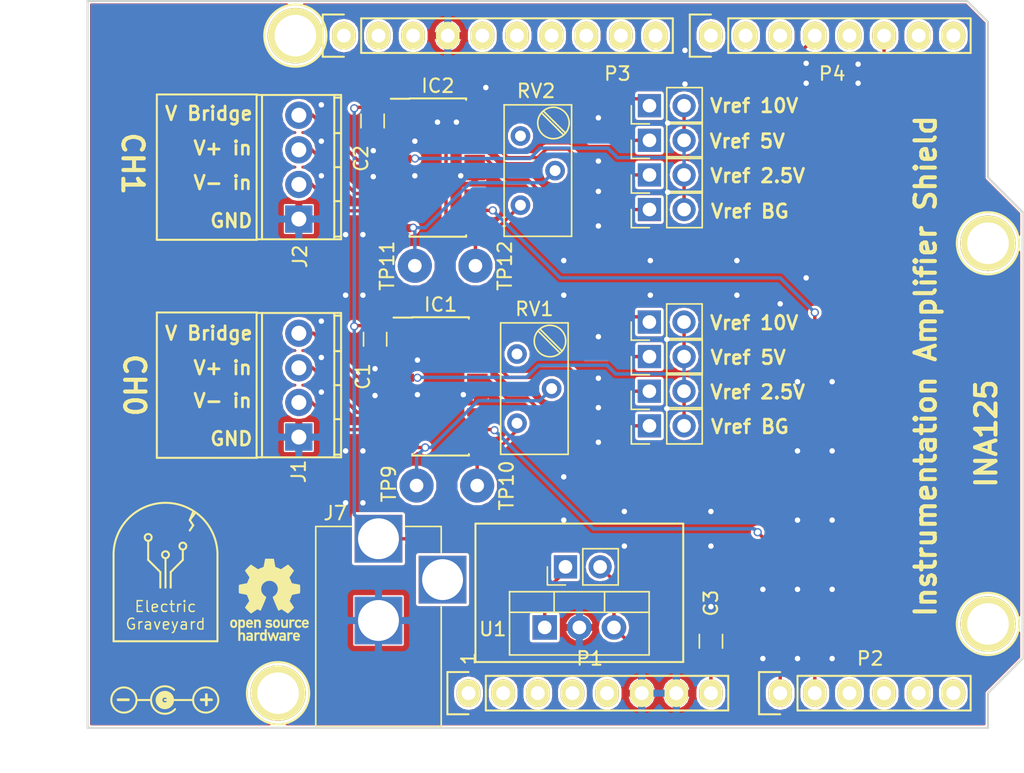
<source format=kicad_pcb>
(kicad_pcb (version 20211014) (generator pcbnew)
  (title_block (date "lun. 30 mars 2015"))
  (layers (0 "F.Cu" signal) (31 "B.Cu" signal) (34 "B.Paste" user) (35 "F.Paste" user) (36 "B.SilkS" user "B.Silkscreen") (37 "F.SilkS" user "F.Silkscreen") (38 "B.Mask" user) (39 "F.Mask" user) (44 "Edge.Cuts" user))
  (net 0 "")
  (net 1 "/IOREF")
  (net 2 "/Reset")
  (net 3 "+5V")
  (net 4 "GND")
  (net 5 "/A2")
  (net 6 "/A3")
  (net 7 "/AREF")
  (net 8 "/A4(SDA)")
  (net 9 "/A5(SCL)")
  (net 10 "/9(**)")
  (net 11 "/8")
  (net 12 "/7")
  (net 13 "/6(**)")
  (net 14 "/5(**)")
  (net 15 "/3(**)")
  (net 16 "/1(Tx)")
  (net 17 "/0(Rx)")
  (net 18 "Net-(P5-Pad1)")
  (net 19 "Net-(P6-Pad1)")
  (net 20 "Net-(P7-Pad1)")
  (net 21 "Net-(P8-Pad1)")
  (net 22 "/13(SCK)")
  (net 23 "/10(**/SS)")
  (net 24 "Net-(P1-Pad1)")
  (net 25 "+3V3")
  (net 26 "/12(MISO)")
  (net 27 "/11(**/MOSI)")
  (net 28 "Vin")
  (net 29 "Net-(IC1-Pad6)")
  (net 30 "Net-(IC1-Pad7)")
  (net 31 "Net-(IC1-Pad8)")
  (net 32 "Net-(IC1-Pad9)")
  (net 33 "Channel0")
  (net 34 "Net-(IC1-Pad13)")
  (net 35 "Net-(IC1-Pad14)")
  (net 36 "Net-(IC1-Pad15)")
  (net 37 "Net-(IC1-Pad16)")
  (net 38 "Net-(IC2-Pad16)")
  (net 39 "Net-(IC2-Pad15)")
  (net 40 "Net-(IC2-Pad14)")
  (net 41 "Net-(IC2-Pad13)")
  (net 42 "Channel1")
  (net 43 "Net-(IC2-Pad9)")
  (net 44 "Net-(IC2-Pad8)")
  (net 45 "Net-(IC2-Pad7)")
  (net 46 "Net-(IC2-Pad6)")
  (net 49 "V_Bridge0")
  (net 50 "V_Bridge1")
  (net 51 "Analog_Vin")
  (net 52 "Sleep0")
  (net 53 "Sleep1")
  (footprint "Socket_Arduino_Uno:Socket_Strip_Arduino_1x08" (layer "F.Cu") (at 138.938 123.825)
    (fp_text reference "P1")
    (fp_text value "Power")
  )
  (footprint "Socket_Arduino_Uno:Socket_Strip_Arduino_1x06" (layer "F.Cu") (at 161.798 123.825)
    (fp_text reference "P2")
    (fp_text value "Analog")
  )
  (footprint "Socket_Arduino_Uno:Socket_Strip_Arduino_1x10" (layer "F.Cu") (at 129.794 75.565)
    (fp_text reference "P3")
    (fp_text value "Digital")
  )
  (footprint "Socket_Arduino_Uno:Socket_Strip_Arduino_1x08" (layer "F.Cu") (at 156.718 75.565)
    (fp_text reference "P4")
    (fp_text value "Digital")
  )
  (footprint "Socket_Arduino_Uno:Arduino_1pin" (layer "F.Cu") (at 124.968 123.825)
    (fp_text reference "P5" hide)
    (fp_text value "CONN_01X01" hide)
  )
  (footprint "Socket_Arduino_Uno:Arduino_1pin" (layer "F.Cu") (at 177.038 118.745)
    (fp_text reference "P6" hide)
    (fp_text value "CONN_01X01" hide)
  )
  (footprint "Socket_Arduino_Uno:Arduino_1pin" (layer "F.Cu") (at 126.238 75.565)
    (fp_text reference "P7" hide)
    (fp_text value "CONN_01X01" hide)
  )
  (footprint "Socket_Arduino_Uno:Arduino_1pin" (layer "F.Cu") (at 177.038 90.805)
    (fp_text reference "P8" hide)
    (fp_text value "CONN_01X01" hide)
  )
  (footprint "Capacitors_SMD:C_0805" (layer "F.Cu") (at 132.08764 97.84926 -90)
    (fp_text reference "C1")
    (fp_text value "0.1uF")
  )
  (footprint "Capacitors_SMD:C_0805" (layer "F.Cu") (at 131.900685 81.829096 -90)
    (fp_text reference "C2")
    (fp_text value "0.1uF")
  )
  (footprint "Housings_SOIC:SOIC-16_3.9x9.9mm_Pitch1.27mm" (layer "F.Cu") (at 136.88764 101.308344)
    (fp_text reference "IC1")
    (fp_text value "INA125 (INA125UA/2K5)")
  )
  (footprint "Housings_SOIC:SOIC-16_3.9x9.9mm_Pitch1.27mm" (layer "F.Cu") (at 136.687504 85.248508)
    (fp_text reference "IC2")
    (fp_text value "INA125 (INA125UA/2K5)")
  )
  (footprint "TerminalBlocks_Phoenix:TerminalBlock_Phoenix_MPT-2.54mm_4pol" (layer "F.Cu") (at 126.492 105.029 90)
    (fp_text reference "J1")
    (fp_text value "Screw_Terminal_01x04")
  )
  (footprint "TerminalBlocks_Phoenix:TerminalBlock_Phoenix_MPT-2.54mm_4pol" (layer "F.Cu") (at 126.492 89.027 90)
    (fp_text reference "J2")
    (fp_text value "Screw_Terminal_01x04")
  )
  (footprint "Potentiometers:Potentiometer_Trimmer_Bourns_3296Y" (layer "F.Cu") (at 142.494 98.933 90)
    (fp_text reference "RV1")
    (fp_text value "R_POT")
  )
  (footprint "Potentiometers:Potentiometer_Trimmer_Bourns_3296Y" (layer "F.Cu") (at 142.748 82.931 90)
    (fp_text reference "RV2")
    (fp_text value "R_POT")
  )
  (footprint "Pin_Headers:Pin_Header_Straight_1x02_Pitch2.54mm" (layer "F.Cu") (at 152.2095 88.3285 90)
    (fp_text reference "TP1" hide)
    (fp_text value "TestPoint_2Pole")
  )
  (footprint "Pin_Headers:Pin_Header_Straight_1x02_Pitch2.54mm" (layer "F.Cu") (at 152.2095 85.7885 90)
    (fp_text reference "TP2" hide)
    (fp_text value "TestPoint_2Pole")
  )
  (footprint "Pin_Headers:Pin_Header_Straight_1x02_Pitch2.54mm" (layer "F.Cu") (at 152.2095 83.2485 90)
    (fp_text reference "TP3" hide)
    (fp_text value "TestPoint_2Pole")
  )
  (footprint "Pin_Headers:Pin_Header_Straight_1x02_Pitch2.54mm" (layer "F.Cu") (at 152.2095 80.7085 90)
    (fp_text reference "TP4" hide)
    (fp_text value "TestPoint_2Pole" hide)
  )
  (footprint "Pin_Headers:Pin_Header_Straight_1x02_Pitch2.54mm" (layer "F.Cu") (at 152.2095 104.2035 90)
    (fp_text reference "TP5" hide)
    (fp_text value "TestPoint_2Pole")
  )
  (footprint "Pin_Headers:Pin_Header_Straight_1x02_Pitch2.54mm" (layer "F.Cu") (at 152.202641 101.6635 90)
    (fp_text reference "TP6" hide)
    (fp_text value "TestPoint_2Pole")
  )
  (footprint "Pin_Headers:Pin_Header_Straight_1x02_Pitch2.54mm" (layer "F.Cu") (at 152.2095 99.1235 90)
    (fp_text reference "TP7" hide)
    (fp_text value "TestPoint_2Pole")
  )
  (footprint "Pin_Headers:Pin_Header_Straight_1x02_Pitch2.54mm" (layer "F.Cu") (at 152.202641 96.586568 90)
    (fp_text reference "TP8" hide)
    (fp_text value "TestPoint_2Pole")
  )
  (footprint "Wire_Pads:SolderWirePad_single_1mmDrill" (layer "F.Cu") (at 135.128 108.585)
    (fp_text reference "TP9")
    (fp_text value "TestPoint")
  )
  (footprint "Wire_Pads:SolderWirePad_single_1mmDrill" (layer "F.Cu") (at 139.573 108.585)
    (fp_text reference "TP10")
    (fp_text value "TestPoint")
  )
  (footprint "Wire_Pads:SolderWirePad_single_1mmDrill" (layer "F.Cu") (at 135.001 92.456)
    (fp_text reference "TP11")
    (fp_text value "TestPoint")
  )
  (footprint "Wire_Pads:SolderWirePad_single_1mmDrill" (layer "F.Cu") (at 139.446 92.456)
    (fp_text reference "TP12")
    (fp_text value "TestPoint")
  )
  (footprint "Capacitors_SMD:C_0805" (layer "F.Cu") (at 156.718 120.015 90)
    (fp_text reference "C3")
    (fp_text value "1.0uF")
  )
  (footprint "Connectors:BARREL_JACK" (layer "F.Cu") (at 132.334 112.491 90)
    (fp_text reference "J7")
    (fp_text value "Barrel_Jack_Switch")
  )
  (footprint "TO_SOT_Packages_THT:TO-220-3_Vertical" (layer "F.Cu") (at 144.526 118.999)
    (fp_text reference "U1")
    (fp_text value "R-78E5.0-0.5")
  )
  (footprint "Symbols:Symbol_Barrel_Polarity" (layer "F.Cu") (at 116.661638 124.252272)
    (fp_text reference "REF**" hide)
    (fp_text value "Symbol_Barrel_Polarity")
  )
  (footprint "Pin_Headers:Pin_Header_Straight_1x02_Pitch2.54mm" (layer "F.Cu") (at 146.05 114.554 90)
    (fp_text reference "REF**" hide)
    (fp_text value "Pin_Header_Straight_1x02_Pitch2.54mm")
  )
  (footprint "Symbols:OSHW-Logo_5.7x6mm_SilkScreen" (layer "F.Cu") (at 124.333 116.967)
    (fp_text reference "REF***" hide)
    (fp_text value "OSHW-Logo_5.7x6mm_SilkScreen" hide)
  )
  (gr_line (start 118.745 110.49) (end 118.491 111.125) (layer "F.SilkS") (width 0.15))
  (gr_line (start 118.872 110.617) (end 118.491 111.125) (layer "F.SilkS") (width 0.15))
  (gr_line (start 117.983 114.046) (end 117.094 114.935) (layer "F.SilkS") (width 0.15))
  (gr_line (start 120.523 118.745) (end 120.523 113.665) (layer "F.SilkS") (width 0.15))
  (gr_circle (center 116.713 113.665) (end 116.713 113.411) (layer "F.SilkS") (width 0.15) (fill none))
  (gr_line (start 118.745 111.506) (end 118.491 111.887) (layer "F.SilkS") (width 0.15))
  (gr_line (start 154.686 121.539) (end 154.686 111.379) (layer "F.SilkS") (width 0.15))
  (gr_line (start 117.094 114.935) (end 117.094 116.078) (layer "F.SilkS") (width 0.15))
  (gr_line (start 112.903 120.015) (end 112.903 118.745) (layer "F.SilkS") (width 0.15))
  (gr_line (start 115.443 112.649) (end 115.443 114.046) (layer "F.SilkS") (width 0.15))
  (gr_line (start 154.686 111.379) (end 139.446 111.379) (layer "F.SilkS") (width 0.15))
  (gr_line (start 116.078 90.551) (end 116.078 79.883) (layer "F.SilkS") (width 0.15))
  (gr_line (start 116.078 95.885) (end 116.078 106.553) (layer "F.SilkS") (width 0.15))
  (gr_line (start 115.443 114.046) (end 116.332 114.935) (layer "F.SilkS") (width 0.15))
  (gr_line (start 112.903 113.665) (end 112.903 118.745) (layer "F.SilkS") (width 0.15))
  (gr_circle (center 117.983 113.03) (end 117.983 112.776) (layer "F.SilkS") (width 0.15) (fill none))
  (gr_line (start 117.983 113.284) (end 117.983 114.046) (layer "F.SilkS") (width 0.15))
  (gr_line (start 116.078 106.553) (end 123.444 106.553) (layer "F.SilkS") (width 0.15))
  (gr_line (start 112.903 120.015) (end 120.523 120.015) (layer "F.SilkS") (width 0.15))
  (gr_line (start 123.444 95.885) (end 116.078 95.885) (layer "F.SilkS") (width 0.15))
  (gr_line (start 116.078 79.883) (end 123.444 79.883) (layer "F.SilkS") (width 0.15))
  (gr_line (start 123.444 90.551) (end 116.078 90.551) (layer "F.SilkS") (width 0.15))
  (gr_line (start 139.446 121.539) (end 154.686 121.539) (layer "F.SilkS") (width 0.15))
  (gr_line (start 118.491 111.125) (end 118.745 111.506) (layer "F.SilkS") (width 0.15))
  (gr_line (start 120.523 120.015) (end 120.523 118.745) (layer "F.SilkS") (width 0.15))
  (gr_arc (start 112.903 113.665) (mid 116.713 109.855) (end 120.523 113.665) (layer "F.SilkS") (width 0.15))
  (gr_line (start 116.332 114.935) (end 116.332 116.078) (layer "F.SilkS") (width 0.15))
  (gr_line (start 139.446 111.379) (end 139.446 121.539) (layer "F.SilkS") (width 0.15))
  (gr_line (start 116.713 113.919) (end 116.713 116.078) (layer "F.SilkS") (width 0.15))
  (gr_circle (center 115.443 112.395) (end 115.443 112.649) (layer "F.SilkS") (width 0.15) (fill none))
  (gr_line (start 177.038 85.979) (end 177.038 74.549) (layer "Edge.Cuts") (width 0.15))
  (gr_line (start 177.038 123.825) (end 179.578 121.285) (layer "Edge.Cuts") (width 0.15))
  (gr_line (start 179.578 121.285) (end 179.578 88.519) (layer "Edge.Cuts") (width 0.15))
  (gr_line (start 175.514 73.025) (end 110.998 73.025) (layer "Edge.Cuts") (width 0.15))
  (gr_line (start 110.998 126.365) (end 177.038 126.365) (layer "Edge.Cuts") (width 0.15))
  (gr_line (start 179.578 88.519) (end 177.038 85.979) (layer "Edge.Cuts") (width 0.15))
  (gr_line (start 110.998 73.025) (end 110.998 126.365) (layer "Edge.Cuts") (width 0.15))
  (gr_line (start 177.038 126.365) (end 177.038 123.825) (layer "Edge.Cuts") (width 0.15))
  (gr_line (start 177.038 74.549) (end 175.514 73.025) (layer "Edge.Cuts") (width 0.15))
  (gr_text "CH1" (at 114.3 84.963 270) (layer "F.SilkS") (effects (font (size 1.5 1.5) (thickness 0.3))))
  (gr_text "Vref 2.5V" (at 160.147 85.852) (layer "F.SilkS") (effects (font (size 1 1) (thickness 0.2))))
  (gr_text "Vref 5V" (at 159.385 83.312) (layer "F.SilkS") (effects (font (size 1 1) (thickness 0.2))))
  (gr_text "Vref 10V" (at 159.893 80.7085) (layer "F.SilkS") (effects (font (size 1 1) (thickness 0.2))))
  (gr_text "GND" (at 121.539 89.154) (layer "F.SilkS") (effects (font (size 1 1) (thickness 0.2))))
  (gr_text "V Bridge" (at 119.888 97.409) (layer "F.SilkS") (effects (font (size 1 1) (thickness 0.2))))
  (gr_text "V+ in" (at 120.904 83.82) (layer "F.SilkS") (effects (font (size 1 1) (thickness 0.2))))
  (gr_text "V- in" (at 120.904 86.36) (layer "F.SilkS") (effects (font (size 1 1) (thickness 0.2))))
  (gr_text "V- in" (at 120.904 102.362) (layer "F.SilkS") (effects (font (size 1 1) (thickness 0.2))))
  (gr_text "Vref BG" (at 159.5755 104.267) (layer "F.SilkS") (effects (font (size 1 1) (thickness 0.2))))
  (gr_text "Vref 5V" (at 159.4485 99.187) (layer "F.SilkS") (effects (font (size 1 1) (thickness 0.2))))
  (gr_text "Vref 10V" (at 159.893 96.647) (layer "F.SilkS") (effects (font (size 1 1) (thickness 0.2))))
  (gr_text "Vref 2.5V" (at 160.147 101.727) (layer "F.SilkS") (effects (font (size 1 1) (thickness 0.2))))
  (gr_text "+" (at 119.709638 124.379272 180) (layer "F.SilkS") (effects (font (size 1 1) (thickness 0.2))))
  (gr_text "Instrumentation Amplifier Shield" (at 172.466 99.822 90) (layer "F.SilkS") (effects (font (size 1.5 1.5) (thickness 0.3))))
  (gr_text "INA125" (at 176.911 104.775 90) (layer "F.SilkS") (effects (font (size 1.5 1.5) (thickness 0.3))))
  (gr_text "GND" (at 121.539 105.156) (layer "F.SilkS") (effects (font (size 1 1) (thickness 0.2))))
  (gr_text "1" (at 138.938 121.285 90) (layer "F.SilkS") (effects (font (size 1 1))))
  (gr_text "Electric\nGraveyard" (at 116.713 118.11) (layer "F.SilkS") (effects (font (size 0.8 0.8) (thickness 0.1))))
  (gr_text "Vref BG" (at 159.5755 88.4555) (layer "F.SilkS") (effects (font (size 1 1) (thickness 0.2))))
  (gr_text "V Bridge" (at 119.888 81.28) (layer "F.SilkS") (effects (font (size 1 1) (thickness 0.2))))
  (gr_text "CH0" (at 114.427 101.219 270) (layer "F.SilkS") (effects (font (size 1.5 1.5) (thickness 0.3))))
  (gr_text "-" (at 113.613638 124.379272 180) (layer "F.SilkS") (effects (font (size 1 1) (thickness 0.2))))
  (gr_text "V+ in" (at 120.904 99.949) (layer "F.SilkS") (effects (font (size 1 1) (thickness 0.2))))
  (via (at 163.703 93.345) (size 0.6) (drill 0.4) (layers "F.Cu" "B.Cu") (net 4))
  (via (at 163.068 100.965) (size 0.6) (drill 0.4) (layers "F.Cu" "B.Cu") (net 4))
  (via (at 158.623 94.615) (size 0.6) (drill 0.4) (layers "F.Cu" "B.Cu") (net 4))
  (via (at 135.1915 99.3775) (size 0.6) (drill 0.4) (layers "F.Cu" "B.Cu") (net 4))
  (via (at 148.463 81.5975) (size 0.6) (drill 0.4) (layers "F.Cu" "B.Cu") (net 4))
  (via (at 152.273 94.615) (size 0.6) (drill 0.4) (layers "F.Cu" "B.Cu") (net 4))
  (via (at 135.001 85.852) (size 0.6) (drill 0.4) (layers "F.Cu" "B.Cu") (net 4))
  (via (at 131.953 85.9155) (size 0.6) (drill 0.4) (layers "F.Cu" "B.Cu") (net 4))
  (via (at 128.143 85.852) (size 0.6) (drill 0.4) (layers "F.Cu" "B.Cu") (net 4))
  (via (at 131.191 106.045) (size 0.6) (drill 0.4) (layers "F.Cu" "B.Cu") (net 4))
  (via (at 163.703 79.0575) (size 0.6) (drill 0.4) (layers "F.Cu" "B.Cu") (net 4))
  (via (at 145.923 107.95) (size 0.6) (drill 0.4) (layers "F.Cu" "B.Cu") (net 4))
  (via (at 132.08 100.0125) (size 0.6) (drill 0.4) (layers "F.Cu" "B.Cu") (net 4))
  (via (at 148.463 89.535) (size 0.6) (drill 0.4) (layers "F.Cu" "B.Cu") (net 4))
  (via (at 138.557 101.9175) (size 0.6) (drill 0.4) (layers "F.Cu" "B.Cu") (net 4))
  (via (at 131.191 94.615) (size 0.6) (drill 0.4) (layers "F.Cu" "B.Cu") (net 4))
  (via (at 167.513 79.0575) (size 0.6) (drill 0.4) (layers "F.Cu" "B.Cu") (net 4))
  (via (at 156.718 110.49) (size 0.6) (drill 0.4) (layers "F.Cu" "B.Cu") (net 4))
  (via (at 131.191 109.855) (size 0.6) (drill 0.4) (layers "F.Cu" "B.Cu") (net 4))
  (via (at 148.463 86.995) (size 0.6) (drill 0.4) (layers "F.Cu" "B.Cu") (net 4))
  (via (at 165.608 100.965) (size 0.6) (drill 0.4) (layers "F.Cu" "B.Cu") (net 4))
  (via (at 156.718 113.03) (size 0.6) (drill 0.4) (layers "F.Cu" "B.Cu") (net 4))
  (via (at 153.543 81.9785) (size 0.6) (drill 0.4) (layers "F.Cu" "B.Cu") (net 4))
  (via (at 135.1915 101.9175) (size 0.6) (drill 0.4) (layers "F.Cu" "B.Cu") (net 4))
  (via (at 138.3665 85.852) (size 0.6) (drill 0.4) (layers "F.Cu" "B.Cu") (net 4))
  (via (at 128.143 101.727) (size 0.6) (drill 0.4) (layers "F.Cu" "B.Cu") (net 4))
  (via (at 129.921 106.045) (size 0.6) (drill 0.4) (layers "F.Cu" "B.Cu") (net 4))
  (via (at 128.143 83.312) (size 0.6) (drill 0.4) (layers "F.Cu" "B.Cu") (net 4))
  (via (at 160.528 121.285) (size 0.6) (drill 0.4) (layers "F.Cu" "B.Cu") (net 4))
  (via (at 163.068 111.125) (size 0.6) (drill 0.4) (layers "F.Cu" "B.Cu") (net 4))
  (via (at 153.4795 102.9335) (size 0.6) (drill 0.4) (layers "F.Cu" "B.Cu") (net 4))
  (via (at 148.463 102.87) (size 0.6) (drill 0.4) (layers "F.Cu" "B.Cu") (net 4))
  (via (at 158.623 92.075) (size 0.6) (drill 0.4) (layers "F.Cu" "B.Cu") (net 4))
  (via (at 145.923 111.125) (size 0.6) (drill 0.4) (layers "F.Cu" "B.Cu") (net 4))
  (via (at 163.068 116.205) (size 0.6) (drill 0.4) (layers "F.Cu" "B.Cu") (net 4))
  (via (at 152.273 92.075) (size 0.6) (drill 0.4) (layers "F.Cu" "B.Cu") (net 4))
  (via (at 140.208 79.375) (size 0.6) (drill 0.4) (layers "F.Cu" "B.Cu") (net 4))
  (via (at 163.703 77.597) (size 0.6) (drill 0.4) (layers "F.Cu" "B.Cu") (net 4))
  (via (at 131.953 84.0105) (size 0.6) (drill 0.4) (layers "F.Cu" "B.Cu") (net 4))
  (via (at 161.798 95.25) (size 0.6) (drill 0.4) (layers "F.Cu" "B.Cu") (net 4))
  (via (at 163.068 121.285) (size 0.6) (drill 0.4) (layers "F.Cu" "B.Cu") (net 4))
  (via (at 165.608 121.285) (size 0.6) (drill 0.4) (layers "F.Cu" "B.Cu") (net 4))
  (via (at 156.718 117.475) (size 0.6) (drill 0.4) (layers "F.Cu" "B.Cu") (net 4))
  (via (at 145.923 92.075) (size 0.6) (drill 0.4) (layers "F.Cu" "B.Cu") (net 4))
  (via (at 154.813 79.121) (size 0.6) (drill 0.4) (layers "F.Cu" "B.Cu") (net 4))
  (via (at 129.921 94.615) (size 0.6) (drill 0.4) (layers "F.Cu" "B.Cu") (net 4))
  (via (at 150.368 110.49) (size 0.6) (drill 0.4) (layers "F.Cu" "B.Cu") (net 4))
  (via (at 165.608 116.205) (size 0.6) (drill 0.4) (layers "F.Cu" "B.Cu") (net 4))
  (via (at 135.001 83.312) (size 0.6) (drill 0.4) (layers "F.Cu" "B.Cu") (net 4))
  (via (at 153.543 87.0585) (size 0.6) (drill 0.4) (layers "F.Cu" "B.Cu") (net 4))
  (via (at 128.143 99.187) (size 0.6) (drill 0.4) (layers "F.Cu" "B.Cu") (net 4))
  (via (at 132.08 101.981) (size 0.6) (drill 0.4) (layers "F.Cu" "B.Cu") (net 4))
  (via (at 145.923 94.615) (size 0.6) (drill 0.4) (layers "F.Cu" "B.Cu") (net 4))
  (via (at 165.608 106.045) (size 0.6) (drill 0.4) (layers "F.Cu" "B.Cu") (net 4))
  (via (at 163.068 106.045) (size 0.6) (drill 0.4) (layers "F.Cu" "B.Cu") (net 4))
  (via (at 131.191 90.17) (size 0.6) (drill 0.4) (layers "F.Cu" "B.Cu") (net 4))
  (via (at 160.528 116.205) (size 0.6) (drill 0.4) (layers "F.Cu" "B.Cu") (net 4))
  (via (at 138.049 81.915) (size 0.6) (drill 0.4) (layers "F.Cu" "B.Cu") (net 4))
  (via (at 148.463 100.711) (size 0.6) (drill 0.4) (layers "F.Cu" "B.Cu") (net 4))
  (via (at 165.608 111.125) (size 0.6) (drill 0.4) (layers "F.Cu" "B.Cu") (net 4))
  (via (at 129.921 109.855) (size 0.6) (drill 0.4) (layers "F.Cu" "B.Cu") (net 4))
  (via (at 148.463 105.41) (size 0.6) (drill 0.4) (layers "F.Cu" "B.Cu") (net 4))
  (via (at 148.463 84.7725) (size 0.6) (drill 0.4) (layers "F.Cu" "B.Cu") (net 4))
  (via (at 154.813 76.6445) (size 0.6) (drill 0.4) (layers "F.Cu" "B.Cu") (net 4))
  (via (at 128.143 96.52) (size 0.6) (drill 0.4) (layers "F.Cu" "B.Cu") (net 4))
  (via (at 153.4795 97.8535) (size 0.6) (drill 0.4) (layers "F.Cu" "B.Cu") (net 4))
  (via (at 167.513 77.6605) (size 0.6) (drill 0.4) (layers "F.Cu" "B.Cu") (net 4))
  (via (at 136.66199 81.915) (size 0.6) (drill 0.4) (layers "F.Cu" "B.Cu") (net 4))
  (via (at 129.921 90.17) (size 0.6) (drill 0.4) (layers "F.Cu" "B.Cu") (net 4))
  (via (at 148.463 97.663) (size 0.6) (drill 0.4) (layers "F.Cu" "B.Cu") (net 4))
  (via (at 150.368 113.03) (size 0.6) (drill 0.4) (layers "F.Cu" "B.Cu") (net 4))
  (via (at 128.143 80.645) (size 0.6) (drill 0.4) (layers "F.Cu" "B.Cu") (net 4))
  (segment (start 155.448 121.015) (end 151.622 121.015) (width 0.25) (layer "F.Cu") (net 28))
  (segment (start 151.622 121.015) (end 150.876 120.269) (width 0.25) (layer "F.Cu") (net 28))
  (segment (start 149.606 115.57) (end 148.59 114.554) (width 0.25) (layer "F.Cu") (net 28))
  (segment (start 156.718 123.825) (end 156.718 122.559) (width 0.25) (layer "F.Cu") (net 28))
  (segment (start 149.352 119.253) (end 149.606 118.999) (width 0.25) (layer "F.Cu") (net 28))
  (segment (start 149.606 118.999) (end 149.606 115.57) (width 0.25) (layer "F.Cu") (net 28))
  (segment (start 156.718 123.825) (end 156.718 123.6726) (width 0.25) (layer "F.Cu") (net 28))
  (segment (start 150.876 120.269) (end 149.606 118.999) (width 0.25) (layer "F.Cu") (net 28))
  (segment (start 156.718 121.015) (end 155.448 121.015) (width 0.25) (layer "F.Cu") (net 28))
  (segment (start 156.718 122.559) (end 156.718 121.015) (width 0.25) (layer "F.Cu") (net 28))
  (segment (start 156.718 123.825) (end 156.718 123.6726) (width 0.25) (layer "B.Cu") (net 28))
  (segment (start 127.508 99.949) (end 126.492 99.949) (width 0.25) (layer "F.Cu") (net 29))
  (segment (start 130.772344 103.213344) (end 127.508 99.949) (width 0.25) (layer "F.Cu") (net 29))
  (segment (start 134.18764 103.213344) (end 134.63764 103.213344) (width 0.25) (layer "F.Cu") (net 29))
  (segment (start 134.18764 103.213344) (end 130.772344 103.213344) (width 0.25) (layer "F.Cu") (net 29))
  (segment (start 134.18764 104.483344) (end 129.438844 104.483344) (width 0.25) (layer "F.Cu") (net 30))
  (segment (start 129.438844 104.483344) (end 127.4445 102.489) (width 0.25) (layer "F.Cu") (net 30))
  (segment (start 127.4445 102.489) (end 126.492 102.489) (width 0.25) (layer "F.Cu") (net 30))
  (segment (start 134.18764 104.483344) (end 134.63764 104.483344) (width 0.25) (layer "F.Cu") (net 30))
  (segment (start 135.763 105.791) (end 134.225296 105.791) (width 0.25) (layer "F.Cu") (net 31))
  (segment (start 134.225296 105.791) (end 134.18764 105.753344) (width 0.25) (layer "F.Cu") (net 31))
  (via (at 135.763 105.791) (size 0.6) (drill 0.4) (layers "F.Cu" "B.Cu") (net 31))
  (segment (start 135.128 108.585) (end 135.128 106.426) (width 0.25) (layer "B.Cu") (net 31))
  (segment (start 135.128 106.426) (end 135.763 105.791) (width 0.25) (layer "B.Cu") (net 31))
  (segment (start 145.034 101.473) (end 144.145 102.362) (width 0.25) (layer "B.Cu") (net 31))
  (segment (start 139.6365 102.362) (end 136.2075 105.791) (width 0.25) (layer "B.Cu") (net 31))
  (segment (start 136.2075 105.791) (end 135.763 105.791) (width 0.25) (layer "B.Cu") (net 31))
  (segment (start 144.145 102.362) (end 139.6365 102.362) (width 0.25) (layer "B.Cu") (net 31))
  (segment (start 142.494 104.013) (end 142.494 104.521) (width 0.25) (layer "F.Cu") (net 32))
  (segment (start 142.494 104.521) (end 141.261656 105.753344) (width 0.25) (layer "F.Cu") (net 32))
  (segment (start 141.261656 105.753344) (end 139.58764 105.753344) (width 0.25) (layer "F.Cu") (net 32))
  (segment (start 139.573 105.767984) (end 139.58764 105.753344) (width 0.25) (layer "F.Cu") (net 32))
  (segment (start 139.573 108.585) (end 139.573 105.767984) (width 0.25) (layer "F.Cu") (net 32))
  (segment (start 139.58764 104.483344) (end 139.58764 103.213344) (width 0.25) (layer "F.Cu") (net 33))
  (segment (start 161.798 122.559) (end 161.798 113.665) (width 0.25) (layer "F.Cu") (net 33))
  (segment (start 140.805348 104.483344) (end 140.843004 104.521) (width 0.25) (layer "F.Cu") (net 33))
  (segment (start 139.58764 104.483344) (end 140.805348 104.483344) (width 0.25) (layer "F.Cu") (net 33))
  (segment (start 139.553556 104.44926) (end 139.58764 104.483344) (width 0.25) (layer "F.Cu") (net 33))
  (segment (start 161.798 123.825) (end 161.798 122.559) (width 0.25) (layer "F.Cu") (net 33))
  (segment (start 161.798 113.665) (end 160.147 112.014) (width 0.25) (layer "F.Cu") (net 33))
  (via (at 160.147 112.014) (size 0.6) (drill 0.4) (layers "F.Cu" "B.Cu") (net 33))
  (via (at 140.843004 104.521) (size 0.6) (drill 0.4) (layers "F.Cu" "B.Cu") (net 33))
  (segment (start 161.798 123.825) (end 161.798 123.6726) (width 0.25) (layer "B.Cu") (net 33))
  (segment (start 141.143003 104.820999) (end 140.843004 104.521) (width 0.25) (layer "B.Cu") (net 33))
  (segment (start 160.147 112.014) (end 159.893 111.76) (width 0.25) (layer "B.Cu") (net 33))
  (segment (start 159.893 111.76) (end 148.082004 111.76) (width 0.25) (layer "B.Cu") (net 33))
  (segment (start 148.082004 111.76) (end 141.143003 104.820999) (width 0.25) (layer "B.Cu") (net 33))
  (segment (start 139.58764 100.673344) (end 140.233844 100.673344) (width 0.25) (layer "F.Cu") (net 34))
  (segment (start 140.233844 100.673344) (end 141.732 102.1715) (width 0.25) (layer "F.Cu") (net 34))
  (segment (start 143.256 102.1715) (end 145.288 104.2035) (width 0.25) (layer "F.Cu") (net 34))
  (segment (start 141.732 102.1715) (end 143.256 102.1715) (width 0.25) (layer "F.Cu") (net 34))
  (segment (start 145.288 104.2035) (end 152.2095 104.2035) (width 0.25) (layer "F.Cu") (net 34))
  (segment (start 139.58764 100.673344) (end 140.03764 100.673344) (width 0.25) (layer "F.Cu") (net 34))
  (segment (start 139.58764 99.403344) (end 140.614844 99.403344) (width 0.25) (layer "F.Cu") (net 35))
  (segment (start 144.145 100.0125) (end 146.3675 100.0125) (width 0.25) (layer "F.Cu") (net 35))
  (segment (start 140.614844 99.403344) (end 141.859 100.6475) (width 0.25) (layer "F.Cu") (net 35))
  (segment (start 146.3675 100.0125) (end 148.0185 101.6635) (width 0.25) (layer "F.Cu") (net 35))
  (segment (start 141.859 100.6475) (end 143.51 100.6475) (width 0.25) (layer "F.Cu") (net 35))
  (segment (start 143.51 100.6475) (end 144.145 100.0125) (width 0.25) (layer "F.Cu") (net 35))
  (segment (start 140.03764 99.403344) (end 139.58764 99.403344) (width 0.25) (layer "F.Cu") (net 35))
  (segment (start 148.0185 101.6635) (end 152.202641 101.6635) (width 0.25) (layer "F.Cu") (net 35))
  (segment (start 139.58764 98.133344) (end 140.58764 98.133344) (width 0.25) (layer "F.Cu") (net 36))
  (segment (start 140.58764 98.133344) (end 141.248484 97.4725) (width 0.25) (layer "F.Cu") (net 36))
  (segment (start 139.58764 98.133344) (end 140.03764 98.133344) (width 0.25) (layer "F.Cu") (net 36))
  (segment (start 145.8595 97.4725) (end 147.5105 99.1235) (width 0.25) (layer "F.Cu") (net 36))
  (segment (start 147.5105 99.1235) (end 151.1095 99.1235) (width 0.25) (layer "F.Cu") (net 36))
  (segment (start 151.1095 99.1235) (end 152.2095 99.1235) (width 0.25) (layer "F.Cu") (net 36))
  (segment (start 141.248484 97.4725) (end 145.8595 97.4725) (width 0.25) (layer "F.Cu") (net 36))
  (segment (start 140.499656 96.863344) (end 139.58764 96.863344) (width 0.25) (layer "F.Cu") (net 37))
  (segment (start 141.1605 96.2025) (end 140.499656 96.863344) (width 0.25) (layer "F.Cu") (net 37))
  (segment (start 139.58764 96.863344) (end 140.03764 96.863344) (width 0.25) (layer "F.Cu") (net 37))
  (segment (start 152.202641 96.586568) (end 151.818573 96.2025) (width 0.25) (layer "F.Cu") (net 37))
  (segment (start 151.818573 96.2025) (end 141.1605 96.2025) (width 0.25) (layer "F.Cu") (net 37))
  (segment (start 152.042087 96.426014) (end 152.202641 96.586568) (width 0.25) (layer "F.Cu") (net 37))
  (segment (start 152.159669 80.803508) (end 152.235232 80.727945) (width 0.25) (layer "F.Cu") (net 38))
  (segment (start 152.2095 80.7085) (end 151.7015 80.2005) (width 0.25) (layer "F.Cu") (net 38))
  (segment (start 139.387504 80.803508) (end 139.837504 80.803508) (width 0.25) (layer "F.Cu") (net 38))
  (segment (start 141.0335 80.2005) (end 140.430492 80.803508) (width 0.25) (layer "F.Cu") (net 38))
  (segment (start 140.430492 80.803508) (end 139.387504 80.803508) (width 0.25) (layer "F.Cu") (net 38))
  (segment (start 151.7015 80.2005) (end 141.0335 80.2005) (width 0.25) (layer "F.Cu") (net 38))
  (segment (start 145.8595 81.28) (end 147.828 83.2485) (width 0.25) (layer "F.Cu") (net 39))
  (segment (start 141.7955 81.28) (end 145.8595 81.28) (width 0.25) (layer "F.Cu") (net 39))
  (segment (start 147.828 83.2485) (end 152.2095 83.2485) (width 0.25) (layer "F.Cu") (net 39))
  (segment (start 141.001992 82.073508) (end 141.7955 81.28) (width 0.25) (layer "F.Cu") (net 39))
  (segment (start 139.387504 82.073508) (end 141.001992 82.073508) (width 0.25) (layer "F.Cu") (net 39))
  (segment (start 141.7955 84.5185) (end 140.620508 83.343508) (width 0.25) (layer "F.Cu") (net 40))
  (segment (start 148.1455 85.7885) (end 146.2405 83.8835) (width 0.25) (layer "F.Cu") (net 40))
  (segment (start 146.2405 83.8835) (end 144.653 83.8835) (width 0.25) (layer "F.Cu") (net 40))
  (segment (start 139.387504 83.343508) (end 139.837504 83.343508) (width 0.25) (layer "F.Cu") (net 40))
  (segment (start 144.653 83.8835) (end 144.018 84.5185) (width 0.25) (layer "F.Cu") (net 40))
  (segment (start 140.620508 83.343508) (end 139.387504 83.343508) (width 0.25) (layer "F.Cu") (net 40))
  (segment (start 152.2095 85.7885) (end 148.1455 85.7885) (width 0.25) (layer "F.Cu") (net 40))
  (segment (start 144.018 84.5185) (end 141.7955 84.5185) (width 0.25) (layer "F.Cu") (net 40))
  (segment (start 141.7955 86.1695) (end 140.239508 84.613508) (width 0.25) (layer "F.Cu") (net 41))
  (segment (start 143.3195 86.1695) (end 141.7955 86.1695) (width 0.25) (layer "F.Cu") (net 41))
  (segment (start 145.4785 88.3285) (end 143.3195 86.1695) (width 0.25) (layer "F.Cu") (net 41))
  (segment (start 152.2095 88.3285) (end 145.4785 88.3285) (width 0.25) (layer "F.Cu") (net 41))
  (segment (start 140.239508 84.613508) (end 139.387504 84.613508) (width 0.25) (layer "F.Cu") (net 41))
  (segment (start 139.387504 84.613508) (end 139.837504 84.613508) (width 0.25) (layer "F.Cu") (net 41))
  (segment (start 140.291736 88.39202) (end 140.716 88.39202) (width 0.25) (layer "F.Cu") (net 42))
  (segment (start 139.387504 88.39202) (end 140.291736 88.39202) (width 0.25) (layer "F.Cu") (net 42))
  (segment (start 139.387504 87.884) (end 139.387504 87.153508) (width 0.25) (layer "F.Cu") (net 42))
  (segment (start 139.387504 87.884) (end 139.387504 88.39202) (width 0.25) (layer "F.Cu") (net 42))
  (segment (start 139.387504 88.423508) (end 139.387504 87.884) (width 0.25) (layer "F.Cu") (net 42))
  (segment (start 164.338 123.825) (end 164.338 95.885) (width 0.25) (layer "F.Cu") (net 42))
  (via (at 164.338 95.885) (size 0.6) (drill 0.4) (layers "F.Cu" "B.Cu") (net 42))
  (via (at 140.716 88.39202) (size 0.6) (drill 0.4) (layers "F.Cu" "B.Cu") (net 42))
  (segment (start 161.798 93.345) (end 145.66898 93.345) (width 0.25) (layer "B.Cu") (net 42))
  (segment (start 145.66898 93.345) (end 141.015999 88.692019) (width 0.25) (layer "B.Cu") (net 42))
  (segment (start 141.015999 88.692019) (end 140.716 88.39202) (width 0.25) (layer "B.Cu") (net 42))
  (segment (start 164.338 95.885) (end 161.798 93.345) (width 0.25) (layer "B.Cu") (net 42))
  (segment (start 142.748 88.011) (end 141.065492 89.693508) (width 0.25) (layer "F.Cu") (net 43))
  (segment (start 139.446 89.752004) (end 139.387504 89.693508) (width 0.25) (layer "F.Cu") (net 43))
  (segment (start 139.446 92.456) (end 139.446 89.752004) (width 0.25) (layer "F.Cu") (net 43))
  (segment (start 141.065492 89.693508) (end 139.387504 89.693508) (width 0.25) (layer "F.Cu") (net 43))
  (segment (start 134.874 89.662) (end 134.019012 89.662) (width 0.25) (layer "F.Cu") (net 44))
  (segment (start 134.019012 89.662) (end 133.987504 89.693508) (width 0.25) (layer "F.Cu") (net 44))
  (via (at 134.874 89.662) (size 0.6) (drill 0.4) (layers "F.Cu" "B.Cu") (net 44))
  (segment (start 135.763 89.662) (end 134.874 89.662) (width 0.25) (layer "B.Cu") (net 44))
  (segment (start 135.001 89.789) (end 134.874 89.662) (width 0.25) (layer "B.Cu") (net 44))
  (segment (start 135.001 92.456) (end 135.001 89.789) (width 0.25) (layer "B.Cu") (net 44))
  (segment (start 144.399 86.36) (end 139.065 86.36) (width 0.25) (layer "B.Cu") (net 44))
  (segment (start 139.065 86.36) (end 135.763 89.662) (width 0.25) (layer "B.Cu") (net 44))
  (segment (start 145.288 85.471) (end 144.399 86.36) (width 0.25) (layer "B.Cu") (net 44))
  (segment (start 133.987504 88.423508) (end 134.437504 88.423508) (width 0.25) (layer "F.Cu") (net 45))
  (segment (start 127.4445 86.487) (end 126.492 86.487) (width 0.25) (layer "F.Cu") (net 45))
  (segment (start 133.987504 88.423508) (end 129.381008 88.423508) (width 0.25) (layer "F.Cu") (net 45))
  (segment (start 129.381008 88.423508) (end 127.4445 86.487) (width 0.25) (layer "F.Cu") (net 45))
  (segment (start 130.651008 87.153508) (end 127.4445 83.947) (width 0.25) (layer "F.Cu") (net 46))
  (segment (start 133.987504 87.153508) (end 130.651008 87.153508) (width 0.25) (layer "F.Cu") (net 46))
  (segment (start 127.4445 83.947) (end 126.492 83.947) (width 0.25) (layer "F.Cu") (net 46))
  (segment (start 133.987504 87.153508) (end 134.437504 87.153508) (width 0.25) (layer "F.Cu") (net 46))
  (segment (start 154.7495 104.2035) (end 154.7495 101.670359) (width 0.25) (layer "F.Cu") (net 49))
  (segment (start 154.7495 99.1235) (end 154.7495 96.593427) (width 0.25) (layer "F.Cu") (net 49))
  (segment (start 154.7495 96.593427) (end 154.742641 96.586568) (width 0.25) (layer "F.Cu") (net 49))
  (segment (start 127.5715 97.409) (end 126.492 97.409) (width 0.25) (layer "F.Cu") (net 49))
  (segment (start 134.18764 100.673344) (end 130.835844 100.673344) (width 0.25) (layer "F.Cu") (net 49))
  (segment (start 134.18764 100.673344) (end 135.1915 100.673344) (width 0.25) (layer "F.Cu") (net 49))
  (segment (start 130.835844 100.673344) (end 127.5715 97.409) (width 0.25) (layer "F.Cu") (net 49))
  (segment (start 154.7495 101.670359) (end 154.742641 101.6635) (width 0.25) (layer "F.Cu") (net 49))
  (via (at 135.1915 100.673344) (size 0.6) (drill 0.4) (layers "F.Cu" "B.Cu") (net 49))
  (segment (start 149.733 100.3935) (end 149.098 99.7585) (width 0.25) (layer "B.Cu") (net 49))
  (segment (start 144.0815 99.7585) (end 143.1925 100.6475) (width 0.25) (layer "B.Cu") (net 49))
  (segment (start 149.098 99.7585) (end 144.0815 99.7585) (width 0.25) (layer "B.Cu") (net 49))
  (segment (start 143.1925 100.6475) (end 135.217344 100.6475) (width 0.25) (layer "B.Cu") (net 49))
  (segment (start 154.7495 101.656641) (end 154.7495 100.33) (width 0.25) (layer "B.Cu") (net 49))
  (segment (start 154.7495 100.33) (end 154.686 100.3935) (width 0.25) (layer "B.Cu") (net 49))
  (segment (start 154.686 100.3935) (end 149.733 100.3935) (width 0.25) (layer "B.Cu") (net 49))
  (segment (start 154.7495 101.656641) (end 154.742641 101.6635) (width 0.25) (layer "B.Cu") (net 49))
  (segment (start 135.217344 100.6475) (end 135.1915 100.673344) (width 0.25) (layer "B.Cu") (net 49))
  (segment (start 154.7495 99.1235) (end 154.7495 101.656641) (width 0.25) (layer "B.Cu") (net 49))
  (segment (start 133.987504 84.613508) (end 133.892012 84.709) (width 0.25) (layer "F.Cu") (net 50))
  (segment (start 154.7495 87.126419) (end 154.7495 85.7885) (width 0.25) (layer "F.Cu") (net 50))
  (segment (start 154.7495 88.3285) (end 154.7495 87.126419) (width 0.25) (layer "F.Cu") (net 50))
  (segment (start 154.7495 80.7085) (end 154.7495 83.2485) (width 0.25) (layer "F.Cu") (net 50))
  (segment (start 133.892012 84.709) (end 130.81 84.709) (width 0.25) (layer "F.Cu") (net 50))
  (segment (start 134.019012 84.582) (end 133.987504 84.613508) (width 0.25) (layer "F.Cu") (net 50))
  (segment (start 135.011 84.582) (end 134.019012 84.582) (width 0.25) (layer "F.Cu") (net 50))
  (segment (start 127.508 81.407) (end 126.492 81.407) (width 0.25) (layer "F.Cu") (net 50))
  (segment (start 130.81 84.709) (end 127.508 81.407) (width 0.25) (layer "F.Cu") (net 50))
  (via (at 135.011 84.582) (size 0.6) (drill 0.4) (layers "F.Cu" "B.Cu") (net 50))
  (segment (start 154.7495 85.7885) (end 154.7495 84.5185) (width 0.25) (layer "B.Cu") (net 50))
  (segment (start 149.1615 83.82) (end 144.2085 83.82) (width 0.25) (layer "B.Cu") (net 50))
  (segment (start 143.4465 84.582) (end 135.011 84.582) (width 0.25) (layer "B.Cu") (net 50))
  (segment (start 149.86 84.5185) (end 149.1615 83.82) (width 0.25) (layer "B.Cu") (net 50))
  (segment (start 154.7495 84.5185) (end 149.86 84.5185) (width 0.25) (layer "B.Cu") (net 50))
  (segment (start 144.2085 83.82) (end 143.4465 84.582) (width 0.25) (layer "B.Cu") (net 50))
  (segment (start 154.7495 84.7725) (end 154.7495 83.2485) (width 0.25) (layer "B.Cu") (net 50))
  (segment (start 144.526 116.375) (end 144.526 117.849) (width 0.25) (layer "F.Cu") (net 51))
  (segment (start 146.05 114.554) (end 146.05 114.851) (width 0.25) (layer "F.Cu") (net 51))
  (segment (start 133.961916 80.829096) (end 133.987504 80.803508) (width 0.25) (layer "F.Cu") (net 51))
  (segment (start 132.08764 96.84926) (end 130.60774 96.84926) (width 0.25) (layer "F.Cu") (net 51))
  (segment (start 130.60774 96.84926) (end 130.556 96.901) (width 0.25) (layer "F.Cu") (net 51))
  (segment (start 144.526 116.375) (end 143.052 116.375) (width 0.25) (layer "F.Cu") (net 51))
  (segment (start 146.05 114.851) (end 144.526 116.375) (width 0.25) (layer "F.Cu") (net 51))
  (segment (start 131.900685 80.829096) (end 130.625904 80.829096) (width 0.25) (layer "F.Cu") (net 51))
  (segment (start 134.173556 96.84926) (end 134.18764 96.863344) (width 0.25) (layer "F.Cu") (net 51))
  (segment (start 131.926273 80.803508) (end 131.900685 80.829096) (width 0.25) (layer "F.Cu") (net 51))
  (segment (start 131.96264 96.84926) (end 132.08764 96.84926) (width 0.25) (layer "F.Cu") (net 51))
  (segment (start 139.168 112.491) (end 134.334 112.491) (width 0.25) (layer "F.Cu") (net 51))
  (segment (start 144.526 118.999) (end 144.526 117.849) (width 0.25) (layer "F.Cu") (net 51))
  (segment (start 132.08764 96.84926) (end 134.173556 96.84926) (width 0.5) (layer "F.Cu") (net 51))
  (segment (start 134.249979 96.84926) (end 134.264063 96.863344) (width 0.25) (layer "F.Cu") (net 51))
  (segment (start 130.625904 80.829096) (end 130.556 80.899) (width 0.25) (layer "F.Cu") (net 51))
  (segment (start 133.987504 80.803508) (end 131.926273 80.803508) (width 0.5) (layer "F.Cu") (net 51))
  (segment (start 143.052 116.375) (end 139.168 112.491) (width 0.25) (layer "F.Cu") (net 51))
  (segment (start 131.800685 80.929096) (end 131.900685 80.829096) (width 0.25) (layer "F.Cu") (net 51))
  (segment (start 134.334 112.491) (end 132.334 112.491) (width 0.25) (layer "F.Cu") (net 51))
  (via (at 130.556 80.899) (size 0.6) (drill 0.4) (layers "F.Cu" "B.Cu") (net 51))
  (via (at 130.556 96.901) (size 0.6) (drill 0.4) (layers "F.Cu" "B.Cu") (net 51))
  (segment (start 130.556 110.713) (end 132.334 112.491) (width 0.25) (layer "B.Cu") (net 51))
  (segment (start 130.556 80.899) (end 130.556 96.901) (width 0.25) (layer "B.Cu") (net 51))
  (segment (start 130.556 96.901) (end 130.556 110.713) (width 0.25) (layer "B.Cu") (net 51))
  (segment (start 137.287 95.9485) (end 137.287 80.772) (width 0.25) (layer "F.Cu") (net 52))
  (segment (start 167.89 78.359) (end 169.418 76.831) (width 0.25) (layer "F.Cu") (net 52))
  (segment (start 135.102156 98.133344) (end 137.287 95.9485) (width 0.25) (layer "F.Cu") (net 52))
  (segment (start 139.7 78.359) (end 167.89 78.359) (width 0.25) (layer "F.Cu") (net 52))
  (segment (start 134.18764 98.133344) (end 135.102156 98.133344) (width 0.25) (layer "F.Cu") (net 52))
  (segment (start 169.418 76.831) (end 169.418 75.565) (width 0.25) (layer "F.Cu") (net 52))
  (segment (start 137.287 80.772) (end 139.7 78.359) (width 0.25) (layer "F.Cu") (net 52))
  (segment (start 162.7124 77.343) (end 164.338 75.7174) (width 0.25) (layer "F.Cu") (net 53))
  (segment (start 135.763 81.153) (end 135.763 80.8355) (width 0.25) (layer "F.Cu") (net 53))
  (segment (start 139.2555 77.343) (end 162.7124 77.343) (width 0.25) (layer "F.Cu") (net 53))
  (segment (start 135.763 80.8355) (end 139.2555 77.343) (width 0.25) (layer "F.Cu") (net 53))
  (segment (start 164.338 75.7174) (end 164.338 75.565) (width 0.25) (layer "F.Cu") (net 53))
  (segment (start 133.987504 82.073508) (end 134.842492 82.073508) (width 0.25) (layer "F.Cu") (net 53))
  (segment (start 134.842492 82.073508) (end 135.763 81.153) (width 0.25) (layer "F.Cu") (net 53))
  (zone (net 4) (net_name "GND") (layer "F.Cu") (connect_pads (clearance 0.1)) (min_thickness 0.2) (fill yes (thermal_gap 0.1) (thermal_bridge_width 0.508))
    (polygon (pts (xy 110.998 72.965) (xy 179.698 72.965) (xy 179.598 126.365) (xy 110.998 126.365)))
  )
  (zone (net 4) (net_name "GND") (layer "B.Cu") (connect_pads (clearance 0.127)) (min_thickness 0.254) (fill yes (thermal_gap 0.508) (thermal_bridge_width 0.508))
    (polygon (pts (xy 110.998 72.965) (xy 179.698 72.965) (xy 179.598 126.365) (xy 110.998 126.365)))
  )
)
</source>
